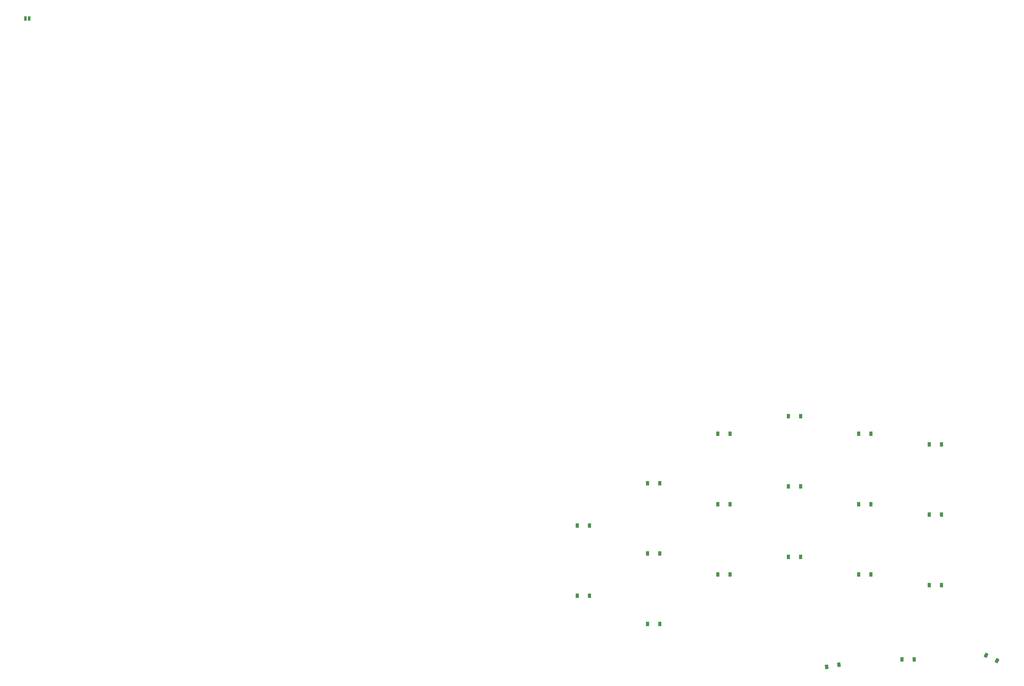
<source format=gbr>
%TF.GenerationSoftware,KiCad,Pcbnew,(7.0.0-0)*%
%TF.CreationDate,2023-06-05T18:59:04+10:00*%
%TF.ProjectId,trone,74726f6e-652e-46b6-9963-61645f706362,v1.0.0*%
%TF.SameCoordinates,Original*%
%TF.FileFunction,Paste,Top*%
%TF.FilePolarity,Positive*%
%FSLAX46Y46*%
G04 Gerber Fmt 4.6, Leading zero omitted, Abs format (unit mm)*
G04 Created by KiCad (PCBNEW (7.0.0-0)) date 2023-06-05 18:59:04*
%MOMM*%
%LPD*%
G01*
G04 APERTURE LIST*
G04 Aperture macros list*
%AMRotRect*
0 Rectangle, with rotation*
0 The origin of the aperture is its center*
0 $1 length*
0 $2 width*
0 $3 Rotation angle, in degrees counterclockwise*
0 Add horizontal line*
21,1,$1,$2,0,0,$3*%
G04 Aperture macros list end*
%ADD10RotRect,0.900000X1.200000X10.000000*%
%ADD11R,0.635000X1.143000*%
%ADD12R,0.900000X1.200000*%
%ADD13RotRect,0.900000X1.200000X335.000000*%
G04 APERTURE END LIST*
D10*
%TO.C,D18*%
X215718307Y-175210557D03*
X218968173Y-174637519D03*
%TD*%
D11*
%TO.C,J1*%
X-500379Y0D03*
X500379Y0D03*
%TD*%
D12*
%TO.C,D15*%
X243349999Y-153092499D03*
X246649999Y-153092499D03*
%TD*%
%TO.C,D16*%
X243349999Y-134092499D03*
X246649999Y-134092499D03*
%TD*%
%TO.C,D4*%
X167349999Y-144569999D03*
X170649999Y-144569999D03*
%TD*%
%TO.C,D7*%
X186349999Y-131234999D03*
X189649999Y-131234999D03*
%TD*%
%TO.C,D5*%
X167349999Y-125569999D03*
X170649999Y-125569999D03*
%TD*%
%TO.C,D6*%
X186349999Y-150234999D03*
X189649999Y-150234999D03*
%TD*%
%TO.C,D8*%
X186349999Y-112234999D03*
X189649999Y-112234999D03*
%TD*%
%TO.C,D3*%
X167349999Y-163569999D03*
X170649999Y-163569999D03*
%TD*%
D13*
%TO.C,D20*%
X258673546Y-172103233D03*
X261664362Y-173497873D03*
%TD*%
D12*
%TO.C,D10*%
X205349999Y-126472499D03*
X208649999Y-126472499D03*
%TD*%
%TO.C,D11*%
X205349999Y-107472499D03*
X208649999Y-107472499D03*
%TD*%
%TO.C,D9*%
X205349999Y-145472499D03*
X208649999Y-145472499D03*
%TD*%
%TO.C,D17*%
X243349999Y-115092499D03*
X246649999Y-115092499D03*
%TD*%
%TO.C,D14*%
X224349999Y-112234999D03*
X227649999Y-112234999D03*
%TD*%
%TO.C,D19*%
X236036346Y-173200684D03*
X239336346Y-173200684D03*
%TD*%
%TO.C,D2*%
X148349999Y-136999999D03*
X151649999Y-136999999D03*
%TD*%
%TO.C,D12*%
X224349999Y-150234999D03*
X227649999Y-150234999D03*
%TD*%
%TO.C,D13*%
X224349999Y-131234999D03*
X227649999Y-131234999D03*
%TD*%
%TO.C,D1*%
X148349999Y-155999999D03*
X151649999Y-155999999D03*
%TD*%
M02*

</source>
